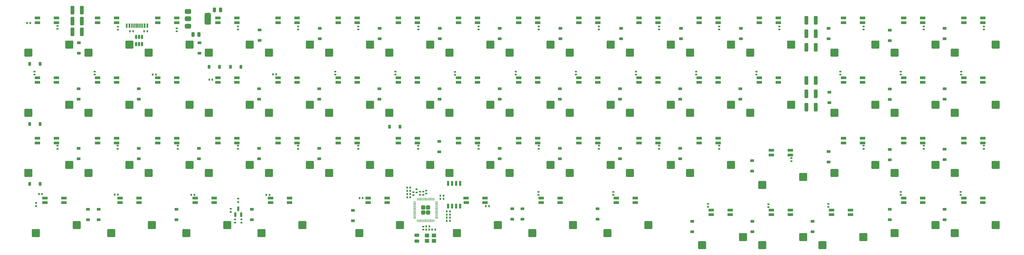
<source format=gbr>
G04 #@! TF.GenerationSoftware,KiCad,Pcbnew,8.0.1*
G04 #@! TF.CreationDate,2024-10-10T20:25:18+02:00*
G04 #@! TF.ProjectId,Mimic40,4d696d69-6334-4302-9e6b-696361645f70,0*
G04 #@! TF.SameCoordinates,Original*
G04 #@! TF.FileFunction,Paste,Bot*
G04 #@! TF.FilePolarity,Positive*
%FSLAX46Y46*%
G04 Gerber Fmt 4.6, Leading zero omitted, Abs format (unit mm)*
G04 Created by KiCad (PCBNEW 8.0.1) date 2024-10-10 20:25:18*
%MOMM*%
%LPD*%
G01*
G04 APERTURE LIST*
G04 Aperture macros list*
%AMRoundRect*
0 Rectangle with rounded corners*
0 $1 Rounding radius*
0 $2 $3 $4 $5 $6 $7 $8 $9 X,Y pos of 4 corners*
0 Add a 4 corners polygon primitive as box body*
4,1,4,$2,$3,$4,$5,$6,$7,$8,$9,$2,$3,0*
0 Add four circle primitives for the rounded corners*
1,1,$1+$1,$2,$3*
1,1,$1+$1,$4,$5*
1,1,$1+$1,$6,$7*
1,1,$1+$1,$8,$9*
0 Add four rect primitives between the rounded corners*
20,1,$1+$1,$2,$3,$4,$5,0*
20,1,$1+$1,$4,$5,$6,$7,0*
20,1,$1+$1,$6,$7,$8,$9,0*
20,1,$1+$1,$8,$9,$2,$3,0*%
G04 Aperture macros list end*
%ADD10RoundRect,0.250000X-0.325000X-1.100000X0.325000X-1.100000X0.325000X1.100000X-0.325000X1.100000X0*%
%ADD11RoundRect,0.250000X0.325000X1.100000X-0.325000X1.100000X-0.325000X-1.100000X0.325000X-1.100000X0*%
%ADD12RoundRect,0.250000X1.025000X1.000000X-1.025000X1.000000X-1.025000X-1.000000X1.025000X-1.000000X0*%
%ADD13RoundRect,0.225000X-0.225000X-0.375000X0.225000X-0.375000X0.225000X0.375000X-0.225000X0.375000X0*%
%ADD14R,1.800000X0.820000*%
%ADD15RoundRect,0.140000X0.170000X-0.140000X0.170000X0.140000X-0.170000X0.140000X-0.170000X-0.140000X0*%
%ADD16RoundRect,0.250000X-0.475000X0.250000X-0.475000X-0.250000X0.475000X-0.250000X0.475000X0.250000X0*%
%ADD17RoundRect,0.140000X-0.170000X0.140000X-0.170000X-0.140000X0.170000X-0.140000X0.170000X0.140000X0*%
%ADD18RoundRect,0.225000X0.225000X0.375000X-0.225000X0.375000X-0.225000X-0.375000X0.225000X-0.375000X0*%
%ADD19RoundRect,0.225000X-0.375000X0.225000X-0.375000X-0.225000X0.375000X-0.225000X0.375000X0.225000X0*%
%ADD20RoundRect,0.140000X0.140000X0.170000X-0.140000X0.170000X-0.140000X-0.170000X0.140000X-0.170000X0*%
%ADD21RoundRect,0.135000X0.185000X-0.135000X0.185000X0.135000X-0.185000X0.135000X-0.185000X-0.135000X0*%
%ADD22RoundRect,0.135000X0.135000X0.185000X-0.135000X0.185000X-0.135000X-0.185000X0.135000X-0.185000X0*%
%ADD23RoundRect,0.140000X-0.140000X-0.170000X0.140000X-0.170000X0.140000X0.170000X-0.140000X0.170000X0*%
%ADD24RoundRect,0.150000X-0.150000X0.512500X-0.150000X-0.512500X0.150000X-0.512500X0.150000X0.512500X0*%
%ADD25RoundRect,0.135000X-0.185000X0.135000X-0.185000X-0.135000X0.185000X-0.135000X0.185000X0.135000X0*%
%ADD26R,0.600000X1.450000*%
%ADD27R,0.300000X1.450000*%
%ADD28RoundRect,0.250000X0.250000X0.475000X-0.250000X0.475000X-0.250000X-0.475000X0.250000X-0.475000X0*%
%ADD29R,1.700000X0.820000*%
%ADD30RoundRect,0.135000X-0.135000X-0.185000X0.135000X-0.185000X0.135000X0.185000X-0.135000X0.185000X0*%
%ADD31R,1.400000X1.200000*%
%ADD32RoundRect,0.250000X-0.250000X-0.475000X0.250000X-0.475000X0.250000X0.475000X-0.250000X0.475000X0*%
%ADD33RoundRect,0.150000X0.150000X-0.587500X0.150000X0.587500X-0.150000X0.587500X-0.150000X-0.587500X0*%
%ADD34RoundRect,0.150000X0.150000X-0.650000X0.150000X0.650000X-0.150000X0.650000X-0.150000X-0.650000X0*%
%ADD35RoundRect,0.375000X-0.625000X-0.375000X0.625000X-0.375000X0.625000X0.375000X-0.625000X0.375000X0*%
%ADD36RoundRect,0.500000X-0.500000X-1.400000X0.500000X-1.400000X0.500000X1.400000X-0.500000X1.400000X0*%
%ADD37RoundRect,0.249999X0.395001X0.395001X-0.395001X0.395001X-0.395001X-0.395001X0.395001X-0.395001X0*%
%ADD38RoundRect,0.050000X0.387500X0.050000X-0.387500X0.050000X-0.387500X-0.050000X0.387500X-0.050000X0*%
%ADD39RoundRect,0.050000X0.050000X0.387500X-0.050000X0.387500X-0.050000X-0.387500X0.050000X-0.387500X0*%
G04 APERTURE END LIST*
D10*
X84324999Y-84000000D03*
X87275001Y-84000000D03*
X84324999Y-87400000D03*
X87275001Y-87400000D03*
D11*
X319675000Y-111300000D03*
X316725000Y-111300000D03*
X319675000Y-107050000D03*
X316725000Y-107050000D03*
X319675000Y-102800000D03*
X316725000Y-102800000D03*
X319675000Y-92300000D03*
X316725000Y-92300000D03*
X319675000Y-88050000D03*
X316725000Y-88050000D03*
X316725000Y-83800000D03*
X319675000Y-83800000D03*
D10*
X84325000Y-80600000D03*
X87275000Y-80600000D03*
D12*
X197585000Y-91440000D03*
X184658000Y-93980000D03*
X376655000Y-129540000D03*
X363728000Y-132080000D03*
X140435000Y-110490000D03*
X127508000Y-113030000D03*
X334745000Y-152400000D03*
X321818000Y-154940000D03*
X140435000Y-129540000D03*
X127508000Y-132080000D03*
X357605000Y-148590000D03*
X344678000Y-151130000D03*
X133291250Y-148590000D03*
X120364250Y-151130000D03*
X109478750Y-148590000D03*
X96551750Y-151130000D03*
X121385000Y-110490000D03*
X108458000Y-113030000D03*
X235685000Y-129540000D03*
X222758000Y-132080000D03*
X197585000Y-129540000D03*
X184658000Y-132080000D03*
X292835000Y-91440000D03*
X279908000Y-93980000D03*
X188060000Y-148590000D03*
X175133000Y-151130000D03*
X273785000Y-129540000D03*
X260858000Y-132080000D03*
X292835000Y-110490000D03*
X279908000Y-113030000D03*
X266641250Y-148590000D03*
X253714250Y-151130000D03*
X159485000Y-129540000D03*
X146558000Y-132080000D03*
X338555000Y-110490000D03*
X325628000Y-113030000D03*
X273785000Y-110490000D03*
X260858000Y-113030000D03*
X357605000Y-129540000D03*
X344678000Y-132080000D03*
X121385000Y-91440000D03*
X108458000Y-93980000D03*
X157103750Y-148590000D03*
X144176750Y-151130000D03*
X338555000Y-91440000D03*
X325628000Y-93980000D03*
X315695000Y-133350000D03*
X302768000Y-135890000D03*
X338555000Y-129540000D03*
X325628000Y-132080000D03*
X357605000Y-91440000D03*
X344678000Y-93980000D03*
X102335000Y-110490000D03*
X89408000Y-113030000D03*
X254735000Y-129540000D03*
X241808000Y-132080000D03*
X83285000Y-129540000D03*
X70358000Y-132080000D03*
X254735000Y-110490000D03*
X241808000Y-113030000D03*
X216635000Y-129540000D03*
X203708000Y-132080000D03*
X102335000Y-129540000D03*
X89408000Y-132080000D03*
X102335000Y-91440000D03*
X89408000Y-93980000D03*
X140435000Y-91440000D03*
X127508000Y-93980000D03*
X235685000Y-91440000D03*
X222758000Y-93980000D03*
X235685000Y-110490000D03*
X222758000Y-113030000D03*
X83285000Y-91440000D03*
X70358000Y-93980000D03*
X376655000Y-91440000D03*
X363728000Y-93980000D03*
X254735000Y-91440000D03*
X241808000Y-93980000D03*
X178535000Y-110490000D03*
X165608000Y-113030000D03*
X178535000Y-129540000D03*
X165608000Y-132080000D03*
X216635000Y-110490000D03*
X203708000Y-113030000D03*
X159485000Y-110490000D03*
X146558000Y-113030000D03*
X159485000Y-91440000D03*
X146558000Y-93980000D03*
X273785000Y-91440000D03*
X260858000Y-93980000D03*
X216635000Y-91440000D03*
X203708000Y-93980000D03*
X83285000Y-110490000D03*
X70358000Y-113030000D03*
X357605000Y-110490000D03*
X344678000Y-113030000D03*
X242828750Y-148590000D03*
X229901750Y-151130000D03*
X85666250Y-148590000D03*
X72739250Y-151130000D03*
X292835000Y-129540000D03*
X279908000Y-132080000D03*
X315695000Y-152400000D03*
X302768000Y-154940000D03*
X197585000Y-110490000D03*
X184658000Y-113030000D03*
X178535000Y-91440000D03*
X165608000Y-93980000D03*
X311885000Y-91440000D03*
X298958000Y-93980000D03*
X121385000Y-129540000D03*
X108458000Y-132080000D03*
X376655000Y-148590000D03*
X363728000Y-151130000D03*
X296645000Y-152400000D03*
X283718000Y-154940000D03*
X311885000Y-110490000D03*
X298958000Y-113030000D03*
X219016250Y-148590000D03*
X206089250Y-151130000D03*
X376655000Y-110490000D03*
X363728000Y-113030000D03*
D13*
X70750000Y-135600000D03*
X74050000Y-135600000D03*
D14*
X305610000Y-143860000D03*
X305610000Y-145360000D03*
X311610000Y-145360000D03*
X311610000Y-143860000D03*
D15*
X243700000Y-100980000D03*
X243700000Y-100020000D03*
D16*
X193350000Y-151850001D03*
X193350000Y-153749999D03*
D17*
X232000000Y-123520000D03*
X232000000Y-124480000D03*
D14*
X353520000Y-122600000D03*
X353520000Y-121100000D03*
X347520000Y-121100000D03*
X347520000Y-122600000D03*
X193500000Y-84500000D03*
X193500000Y-83000000D03*
X187500000Y-83000000D03*
X187500000Y-84500000D03*
D17*
X155800000Y-123520000D03*
X155800000Y-124480000D03*
D18*
X137650000Y-98500000D03*
X134350000Y-98500000D03*
D19*
X343100000Y-105550000D03*
X343100000Y-108850000D03*
D20*
X128580000Y-102600000D03*
X127620000Y-102600000D03*
D19*
X223600000Y-143450000D03*
X223600000Y-146750000D03*
X124500000Y-90850000D03*
X124500000Y-94150000D03*
D14*
X250650000Y-84500000D03*
X250650000Y-83000000D03*
X244650000Y-83000000D03*
X244650000Y-84500000D03*
X98250000Y-122600000D03*
X98250000Y-121100000D03*
X92250000Y-121100000D03*
X92250000Y-122600000D03*
D19*
X226800000Y-143450000D03*
X226800000Y-146750000D03*
X277000000Y-86350000D03*
X277000000Y-89650000D03*
X324000000Y-106550000D03*
X324000000Y-109850000D03*
X124350000Y-124350000D03*
X124350000Y-127650000D03*
D14*
X75581250Y-140050000D03*
X75581250Y-141550000D03*
X81581250Y-141550000D03*
X81581250Y-140050000D03*
D17*
X353900000Y-123520000D03*
X353900000Y-124480000D03*
D19*
X162450000Y-124350000D03*
X162450000Y-127650000D03*
D20*
X110680000Y-101000000D03*
X109720000Y-101000000D03*
D21*
X72800000Y-142609999D03*
X72800000Y-141590001D03*
D20*
X191229999Y-137800000D03*
X190269999Y-137800000D03*
D15*
X196349999Y-138680000D03*
X196349999Y-137720000D03*
D17*
X270100000Y-123520000D03*
X270100000Y-124480000D03*
D19*
X200550000Y-105450000D03*
X200550000Y-108750000D03*
D14*
X92250000Y-101950000D03*
X92250000Y-103450000D03*
X98250000Y-103450000D03*
X98250000Y-101950000D03*
D15*
X365700000Y-100980000D03*
X365700000Y-100020000D03*
D17*
X270080000Y-85720000D03*
X270080000Y-86680000D03*
D14*
X311610000Y-126410000D03*
X311610000Y-124910000D03*
X305610000Y-124910000D03*
X305610000Y-126410000D03*
D19*
X257700000Y-105450000D03*
X257700000Y-108750000D03*
D14*
X136350000Y-122600000D03*
X136350000Y-121100000D03*
X130350000Y-121100000D03*
X130350000Y-122600000D03*
D17*
X195350000Y-149120000D03*
X195350000Y-150080000D03*
D21*
X194349999Y-139069998D03*
X194349999Y-138050000D03*
D17*
X174800000Y-123520000D03*
X174800000Y-124480000D03*
D15*
X281800000Y-100980000D03*
X281800000Y-100020000D03*
D19*
X299650000Y-147450000D03*
X299650000Y-150750000D03*
D17*
X334800000Y-123520000D03*
X334800000Y-124480000D03*
D15*
X255600000Y-139080000D03*
X255600000Y-138120000D03*
D14*
X250650000Y-122600000D03*
X250650000Y-121100000D03*
X244650000Y-121100000D03*
X244650000Y-122600000D03*
X117300000Y-122600000D03*
X117300000Y-121100000D03*
X111300000Y-121100000D03*
X111300000Y-122600000D03*
D19*
X181500000Y-105450000D03*
X181500000Y-108750000D03*
D14*
X334470000Y-84500000D03*
X334470000Y-83000000D03*
X328470000Y-83000000D03*
X328470000Y-84500000D03*
D17*
X98620000Y-123520000D03*
X98620000Y-124480000D03*
D14*
X79200000Y-84499999D03*
X79200000Y-82999999D03*
X73200000Y-82999999D03*
X73200000Y-84499999D03*
D20*
X74680000Y-138800000D03*
X73720000Y-138800000D03*
D14*
X206550000Y-101950000D03*
X206550000Y-103450000D03*
X212550000Y-103450000D03*
X212550000Y-101950000D03*
D19*
X360500000Y-124600000D03*
X360500000Y-127900000D03*
D20*
X191229998Y-136800000D03*
X190269998Y-136800000D03*
D14*
X328470000Y-101950000D03*
X328470000Y-103450000D03*
X334470000Y-103450000D03*
X334470000Y-101950000D03*
X212550000Y-84500000D03*
X212550000Y-83000000D03*
X206550000Y-83000000D03*
X206550000Y-84500000D03*
X231600000Y-122600000D03*
X231600000Y-121100000D03*
X225600000Y-121100000D03*
X225600000Y-122600000D03*
D22*
X197309999Y-149050000D03*
X196290001Y-149050000D03*
D23*
X198220000Y-150053838D03*
X199180000Y-150053838D03*
D24*
X104450001Y-89062500D03*
X105400000Y-89062500D03*
X106349999Y-89062500D03*
X106349999Y-91337500D03*
X105400000Y-91337500D03*
X104450001Y-91337500D03*
D19*
X280600000Y-147450000D03*
X280600000Y-150750000D03*
X92600000Y-143650000D03*
X92600000Y-146950000D03*
D25*
X195350000Y-138050000D03*
X195350000Y-139069998D03*
D17*
X79600000Y-85520000D03*
X79600000Y-86480000D03*
D19*
X181600000Y-86350000D03*
X181600000Y-89650000D03*
D20*
X122880000Y-139100000D03*
X121920000Y-139100000D03*
D14*
X288750000Y-122600000D03*
X288750000Y-121100000D03*
X282750000Y-121100000D03*
X282750000Y-122600000D03*
D15*
X193249999Y-138280000D03*
X193249999Y-137320000D03*
D19*
X200500000Y-122150000D03*
X200500000Y-125450000D03*
D15*
X262800000Y-100980000D03*
X262800000Y-100020000D03*
X205500000Y-101080000D03*
X205500000Y-100120000D03*
X186600000Y-100980000D03*
X186600000Y-100020000D03*
D26*
X101500000Y-85485000D03*
X102300000Y-85485000D03*
D27*
X103500000Y-85485000D03*
X104500000Y-85485000D03*
X105000000Y-85485000D03*
X106000000Y-85485000D03*
D26*
X107200000Y-85485000D03*
X108000000Y-85485000D03*
X108000000Y-85485000D03*
X107200000Y-85485000D03*
D27*
X106500000Y-85485000D03*
X105500000Y-85485000D03*
X104000000Y-85485000D03*
X103000000Y-85485000D03*
D26*
X102300000Y-85485000D03*
X101500000Y-85485000D03*
D19*
X343100000Y-143650000D03*
X343100000Y-146950000D03*
D14*
X347520000Y-101950000D03*
X347520000Y-103450000D03*
X353520000Y-103450000D03*
X353520000Y-101950000D03*
X334470000Y-122600000D03*
X334470000Y-121100000D03*
X328470000Y-121100000D03*
X328470000Y-122600000D03*
X155400000Y-122600000D03*
X155400000Y-121100000D03*
X149400000Y-121100000D03*
X149400000Y-122600000D03*
D22*
X103509999Y-87250000D03*
X102490001Y-87250000D03*
D14*
X212550000Y-122600000D03*
X212550000Y-121100000D03*
X206550000Y-121100000D03*
X206550000Y-122600000D03*
D17*
X212900000Y-85720000D03*
X212900000Y-86680000D03*
D19*
X276750000Y-124350000D03*
X276750000Y-127650000D03*
X258000000Y-86350000D03*
X258000000Y-89650000D03*
D17*
X136700000Y-85720000D03*
X136700000Y-86680000D03*
D19*
X162600000Y-86350000D03*
X162600000Y-89650000D03*
D17*
X136700000Y-123520000D03*
X136700000Y-124480000D03*
D14*
X136350000Y-84500000D03*
X136350000Y-83000000D03*
X130350000Y-83000000D03*
X130350000Y-84500000D03*
X263700000Y-101950000D03*
X263700000Y-103450000D03*
X269700000Y-103450000D03*
X269700000Y-101950000D03*
D17*
X98700000Y-85820000D03*
X98700000Y-86780000D03*
D19*
X343100000Y-86950000D03*
X343100000Y-90250000D03*
D13*
X184750000Y-117500000D03*
X188050000Y-117500000D03*
D17*
X289100000Y-85720000D03*
X289100000Y-86680000D03*
X117300000Y-86320000D03*
X117300000Y-87280000D03*
D22*
X201809999Y-139300000D03*
X200790001Y-139300000D03*
D14*
X130350000Y-101950000D03*
X130350000Y-103450000D03*
X136350000Y-103450000D03*
X136350000Y-101950000D03*
D17*
X251000000Y-123520000D03*
X251000000Y-124480000D03*
D20*
X216180000Y-142600000D03*
X215220000Y-142600000D03*
D17*
X251000000Y-85720000D03*
X251000000Y-86680000D03*
X289100000Y-123520000D03*
X289100000Y-124480000D03*
D14*
X98250000Y-84500000D03*
X98250000Y-83000000D03*
X92250000Y-83000000D03*
X92250000Y-84500000D03*
D15*
X365600000Y-139080000D03*
X365600000Y-138120000D03*
D14*
X168450000Y-101950000D03*
X168450000Y-103450000D03*
X174450000Y-103450000D03*
X174450000Y-101950000D03*
X353520000Y-84500000D03*
X353520000Y-83000000D03*
X347520000Y-83000000D03*
X347520000Y-84500000D03*
D17*
X372900000Y-85720000D03*
X372900000Y-86680000D03*
D19*
X105300000Y-105450000D03*
X105300000Y-108750000D03*
X360500000Y-86350000D03*
X360500000Y-89650000D03*
X343100000Y-124700000D03*
X343100000Y-128000000D03*
X295800000Y-105450000D03*
X295800000Y-108750000D03*
X219600000Y-124350000D03*
X219600000Y-127650000D03*
X238650000Y-105450000D03*
X238650000Y-108750000D03*
D14*
X111300000Y-101950000D03*
X111300000Y-103450000D03*
X117300000Y-103450000D03*
X117300000Y-101950000D03*
D19*
X323750000Y-86350000D03*
X323750000Y-89650000D03*
X318700000Y-147450000D03*
X318700000Y-150750000D03*
X257700000Y-124350000D03*
X257700000Y-127650000D03*
D22*
X70909999Y-84600000D03*
X69890001Y-84600000D03*
D17*
X334800000Y-85720000D03*
X334800000Y-86680000D03*
D13*
X127600000Y-98500000D03*
X130900000Y-98500000D03*
D14*
X269700000Y-84500000D03*
X269700000Y-83000000D03*
X263700000Y-83000000D03*
X263700000Y-84500000D03*
D28*
X124349999Y-88250000D03*
X122450001Y-88250000D03*
D19*
X105300000Y-124350000D03*
X105300000Y-127650000D03*
D15*
X231900000Y-139080000D03*
X231900000Y-138120000D03*
X304700000Y-142980000D03*
X304700000Y-142020000D03*
D17*
X193820000Y-123520000D03*
X193820000Y-124480000D03*
D21*
X134400000Y-144509999D03*
X134400000Y-143490001D03*
D20*
X98680000Y-139000000D03*
X97720000Y-139000000D03*
D19*
X117200000Y-143650000D03*
X117200000Y-146950000D03*
D14*
X347520000Y-140050000D03*
X347520000Y-141550000D03*
X353520000Y-141550000D03*
X353520000Y-140050000D03*
D19*
X299500000Y-128250000D03*
X299500000Y-131550000D03*
X323750000Y-125350000D03*
X323750000Y-128650000D03*
D15*
X346600000Y-100980000D03*
X346600000Y-100020000D03*
D19*
X360500000Y-143600000D03*
X360500000Y-146900000D03*
D22*
X201809999Y-140300000D03*
X200790001Y-140300000D03*
D20*
X146680000Y-139100000D03*
X145720000Y-139100000D03*
X176180000Y-140100000D03*
X175220000Y-140100000D03*
D14*
X208931250Y-140050000D03*
D29*
X209031250Y-141550000D03*
D14*
X214931250Y-141550000D03*
X214931250Y-140050000D03*
X231600000Y-84500000D03*
X231600000Y-83000000D03*
X225600000Y-83000000D03*
X225600000Y-84500000D03*
D19*
X276750000Y-105450000D03*
X276750000Y-108750000D03*
X143600000Y-86850000D03*
X143600000Y-90150000D03*
D20*
X191229999Y-138800000D03*
X190269999Y-138800000D03*
D14*
X174450000Y-122600000D03*
X174450000Y-121100000D03*
X168450000Y-121100000D03*
X168450000Y-122600000D03*
D20*
X197280000Y-150053838D03*
X196320000Y-150053838D03*
D19*
X219600000Y-105450000D03*
X219600000Y-108750000D03*
D14*
X366570000Y-140050000D03*
X366570000Y-141550000D03*
X372570000Y-141550000D03*
X372570000Y-140050000D03*
D20*
X148780000Y-100900000D03*
X147820000Y-100900000D03*
D15*
X327500000Y-100980000D03*
X327500000Y-100020000D03*
D19*
X238800000Y-86350000D03*
X238800000Y-89650000D03*
D30*
X106990001Y-87250000D03*
X108009999Y-87250000D03*
D14*
X286560000Y-143860000D03*
X286560000Y-145360000D03*
X292560000Y-145360000D03*
X292560000Y-143860000D03*
D13*
X70750000Y-97600000D03*
X74050000Y-97600000D03*
D14*
X244650000Y-101950000D03*
X244650000Y-103450000D03*
X250650000Y-103450000D03*
X250650000Y-101950000D03*
D17*
X174800000Y-85720000D03*
X174800000Y-86680000D03*
D14*
X155400000Y-84500000D03*
X155400000Y-83000000D03*
X149400000Y-83000000D03*
X149400000Y-84500000D03*
D17*
X212900000Y-123520000D03*
X212900000Y-124480000D03*
D19*
X162450000Y-105450000D03*
X162450000Y-108750000D03*
D14*
X73200000Y-101950000D03*
X73200000Y-103450000D03*
X79200000Y-103450000D03*
X79200000Y-101950000D03*
X147018750Y-140050000D03*
X147018750Y-141550000D03*
X153018750Y-141550000D03*
X153018750Y-140050000D03*
X307800000Y-84500000D03*
X307800000Y-83000000D03*
X301800000Y-83000000D03*
X301800000Y-84500000D03*
D21*
X136800000Y-141309999D03*
X136800000Y-140290001D03*
D17*
X79600000Y-123520000D03*
X79600000Y-124480000D03*
D31*
X198758001Y-153658000D03*
X196558001Y-153658000D03*
X196558001Y-151958000D03*
X198758001Y-151958000D03*
D17*
X155800000Y-85720000D03*
X155800000Y-86680000D03*
X232000000Y-85720000D03*
X232000000Y-86680000D03*
D19*
X86300000Y-90850000D03*
X86300000Y-94150000D03*
X200600000Y-86350000D03*
X200600000Y-89650000D03*
D14*
X193500000Y-122600000D03*
X193500000Y-121100000D03*
X187500000Y-121100000D03*
X187500000Y-122600000D03*
X177975000Y-140050000D03*
X177975000Y-141550000D03*
X183975000Y-141550000D03*
X183975000Y-140050000D03*
X366570000Y-101950000D03*
X366570000Y-103450000D03*
X372570000Y-103450000D03*
X372570000Y-101950000D03*
D23*
X202870000Y-144300000D03*
X203830000Y-144300000D03*
D14*
X282750000Y-101950000D03*
X282750000Y-103450000D03*
X288750000Y-103450000D03*
X288750000Y-101950000D03*
X372570000Y-122600000D03*
X372570000Y-121100000D03*
X366570000Y-121100000D03*
X366570000Y-122600000D03*
D17*
X117700000Y-123520000D03*
X117700000Y-124480000D03*
D15*
X300900000Y-100980000D03*
X300900000Y-100020000D03*
D23*
X202870000Y-145300000D03*
X203830000Y-145300000D03*
D14*
X79200000Y-122600000D03*
X79200000Y-121100000D03*
X73200000Y-121100000D03*
X73200000Y-122600000D03*
D19*
X86250000Y-124350000D03*
X86250000Y-127650000D03*
X143400000Y-105450000D03*
X143400000Y-108750000D03*
D32*
X129300001Y-80500000D03*
X131199999Y-80500000D03*
D15*
X224700000Y-100980000D03*
X224700000Y-100020000D03*
D17*
X372900000Y-123520000D03*
X372900000Y-124480000D03*
D19*
X143400000Y-124350000D03*
X143400000Y-127650000D03*
X173100000Y-143950000D03*
X173100000Y-147250000D03*
D15*
X91300000Y-100980000D03*
X91300000Y-100020000D03*
D17*
X353900000Y-85720000D03*
X353900000Y-86680000D03*
D19*
X238650000Y-124350000D03*
X238650000Y-127650000D03*
D15*
X323700000Y-142880000D03*
X323700000Y-141920000D03*
D14*
X123206250Y-140050000D03*
X123206250Y-141550000D03*
X129206250Y-141550000D03*
X129206250Y-140050000D03*
X232743750Y-140050000D03*
X232743750Y-141550000D03*
X238743750Y-141550000D03*
X238743750Y-140050000D03*
D15*
X167500000Y-100980000D03*
X167500000Y-100020000D03*
X346600000Y-139080000D03*
X346600000Y-138120000D03*
D33*
X137750000Y-145337500D03*
X135850000Y-145337500D03*
X136800000Y-143462499D03*
D14*
X99393750Y-140050000D03*
X99393750Y-141550000D03*
X105393750Y-141550000D03*
X105393750Y-140050000D03*
X256556250Y-140050000D03*
X256556250Y-141550000D03*
X262556250Y-141550000D03*
X262556250Y-140050000D03*
X149400000Y-101950000D03*
X149400000Y-103450000D03*
X155400000Y-103450000D03*
X155400000Y-101950000D03*
D34*
X207055000Y-142600000D03*
X205785000Y-142600000D03*
X204515000Y-142600000D03*
X203245000Y-142600000D03*
X203245000Y-135400000D03*
X204515000Y-135400000D03*
X205785000Y-135400000D03*
X207055000Y-135400000D03*
D35*
X120850000Y-85600000D03*
X120850001Y-83300000D03*
D36*
X127149999Y-83300000D03*
D35*
X120850000Y-81000000D03*
D14*
X372570000Y-84500000D03*
X372570000Y-83000000D03*
X366570000Y-83000000D03*
X366570000Y-84500000D03*
D19*
X296000000Y-86350000D03*
X296000000Y-89650000D03*
D14*
X288750000Y-84500000D03*
X288750000Y-83000000D03*
X282750000Y-83000000D03*
X282750000Y-84500000D03*
D25*
X137799999Y-146890001D03*
X137799999Y-147909999D03*
D23*
X202870000Y-147300000D03*
X203830000Y-147300000D03*
D37*
X196949999Y-144659999D03*
X196949999Y-143059999D03*
X195349999Y-144659999D03*
X195349999Y-143059999D03*
D38*
X199587499Y-141259999D03*
X199587499Y-141660000D03*
X199587499Y-142059999D03*
X199587499Y-142459999D03*
X199587499Y-142859999D03*
X199587499Y-143259998D03*
X199587499Y-143659999D03*
X199587499Y-144059999D03*
X199587499Y-144460000D03*
X199587499Y-144859999D03*
X199587499Y-145259999D03*
X199587499Y-145659999D03*
X199587499Y-146059998D03*
X199587499Y-146459999D03*
D39*
X198749999Y-147297499D03*
X198349998Y-147297499D03*
X197949999Y-147297499D03*
X197549999Y-147297499D03*
X197149999Y-147297499D03*
X196750000Y-147297499D03*
X196349999Y-147297499D03*
X195949999Y-147297499D03*
X195549998Y-147297499D03*
X195149999Y-147297499D03*
X194749999Y-147297499D03*
X194349999Y-147297499D03*
X193950000Y-147297499D03*
X193549999Y-147297499D03*
D38*
X192712499Y-146459999D03*
X192712499Y-146059998D03*
X192712499Y-145659999D03*
X192712499Y-145259999D03*
X192712499Y-144859999D03*
X192712499Y-144460000D03*
X192712499Y-144059999D03*
X192712499Y-143659999D03*
X192712499Y-143259998D03*
X192712499Y-142859999D03*
X192712499Y-142459999D03*
X192712499Y-142059999D03*
X192712499Y-141660000D03*
X192712499Y-141259999D03*
D39*
X193549999Y-140422499D03*
X193950000Y-140422499D03*
X194349999Y-140422499D03*
X194749999Y-140422499D03*
X195149999Y-140422499D03*
X195549998Y-140422499D03*
X195949999Y-140422499D03*
X196349999Y-140422499D03*
X196750000Y-140422499D03*
X197149999Y-140422499D03*
X197549999Y-140422499D03*
X197949999Y-140422499D03*
X198349998Y-140422499D03*
X198749999Y-140422499D03*
D19*
X141100000Y-143650000D03*
X141100000Y-146950000D03*
X250600000Y-143450000D03*
X250600000Y-146750000D03*
D14*
X301800000Y-101950000D03*
X301800000Y-103450000D03*
X307800000Y-103450000D03*
X307800000Y-101950000D03*
X269700000Y-122600000D03*
X269700000Y-121100000D03*
X263700000Y-121100000D03*
X263700000Y-122600000D03*
D15*
X285600000Y-142880000D03*
X285600000Y-141920000D03*
D19*
X89200000Y-143650000D03*
X89200000Y-146950000D03*
D17*
X193900000Y-85720000D03*
X193900000Y-86680000D03*
D19*
X219600000Y-86350000D03*
X219600000Y-89650000D03*
D14*
X225600000Y-101950000D03*
X225600000Y-103450000D03*
X231600000Y-103450000D03*
X231600000Y-101950000D03*
D19*
X360500000Y-105450000D03*
X360500000Y-108750000D03*
D14*
X117300000Y-84500000D03*
X117300000Y-83000000D03*
X111300000Y-83000000D03*
X111300000Y-84500000D03*
X324660000Y-143860000D03*
X324660000Y-145360000D03*
X330660000Y-145360000D03*
X330660000Y-143860000D03*
X187500000Y-101950000D03*
X187500000Y-103450000D03*
X193500000Y-103450000D03*
X193500000Y-101950000D03*
D13*
X70750000Y-116600000D03*
X74050000Y-116600000D03*
D14*
X174450000Y-84500000D03*
X174450000Y-83000000D03*
X168450000Y-83000000D03*
X168450000Y-84500000D03*
D15*
X192249999Y-139180000D03*
X192249999Y-138220000D03*
D19*
X86250000Y-105450000D03*
X86250000Y-108750000D03*
D15*
X72300000Y-100980000D03*
X72300000Y-100020000D03*
D21*
X135799999Y-147909999D03*
X135799999Y-146890001D03*
D17*
X312000000Y-127420000D03*
X312000000Y-128380000D03*
X308200000Y-85720000D03*
X308200000Y-86680000D03*
D20*
X191230000Y-139800000D03*
X190270000Y-139800000D03*
D23*
X202870000Y-146300000D03*
X203830000Y-146300000D03*
M02*

</source>
